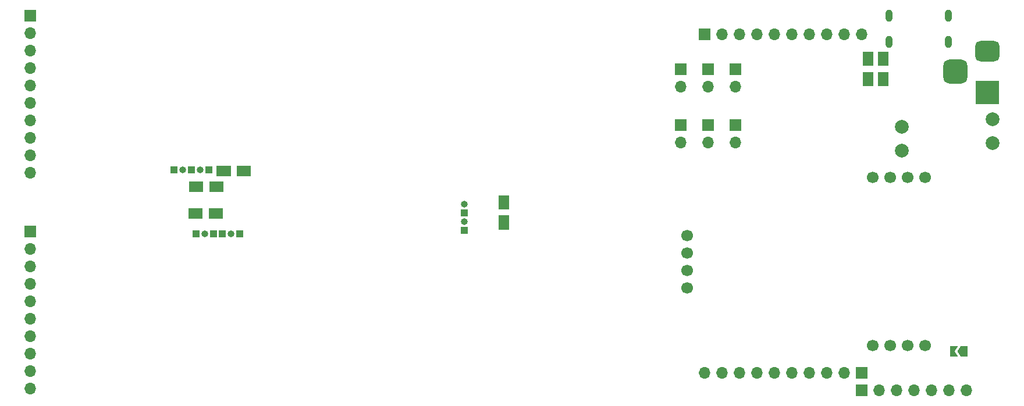
<source format=gbs>
G04 #@! TF.GenerationSoftware,KiCad,Pcbnew,(6.0.5-0)*
G04 #@! TF.CreationDate,2022-06-09T15:38:58+09:00*
G04 #@! TF.ProjectId,qLAMP-main,714c414d-502d-46d6-9169-6e2e6b696361,rev?*
G04 #@! TF.SameCoordinates,Original*
G04 #@! TF.FileFunction,Soldermask,Bot*
G04 #@! TF.FilePolarity,Negative*
%FSLAX46Y46*%
G04 Gerber Fmt 4.6, Leading zero omitted, Abs format (unit mm)*
G04 Created by KiCad (PCBNEW (6.0.5-0)) date 2022-06-09 15:38:58*
%MOMM*%
%LPD*%
G01*
G04 APERTURE LIST*
G04 Aperture macros list*
%AMRoundRect*
0 Rectangle with rounded corners*
0 $1 Rounding radius*
0 $2 $3 $4 $5 $6 $7 $8 $9 X,Y pos of 4 corners*
0 Add a 4 corners polygon primitive as box body*
4,1,4,$2,$3,$4,$5,$6,$7,$8,$9,$2,$3,0*
0 Add four circle primitives for the rounded corners*
1,1,$1+$1,$2,$3*
1,1,$1+$1,$4,$5*
1,1,$1+$1,$6,$7*
1,1,$1+$1,$8,$9*
0 Add four rect primitives between the rounded corners*
20,1,$1+$1,$2,$3,$4,$5,0*
20,1,$1+$1,$4,$5,$6,$7,0*
20,1,$1+$1,$6,$7,$8,$9,0*
20,1,$1+$1,$8,$9,$2,$3,0*%
%AMFreePoly0*
4,1,6,1.000000,0.000000,0.500000,-0.750000,-0.500000,-0.750000,-0.500000,0.750000,0.500000,0.750000,1.000000,0.000000,1.000000,0.000000,$1*%
%AMFreePoly1*
4,1,6,0.500000,-0.750000,-0.650000,-0.750000,-0.150000,0.000000,-0.650000,0.750000,0.500000,0.750000,0.500000,-0.750000,0.500000,-0.750000,$1*%
G04 Aperture macros list end*
%ADD10R,1.700000X1.700000*%
%ADD11O,1.700000X1.700000*%
%ADD12C,2.000000*%
%ADD13R,3.500000X3.500000*%
%ADD14RoundRect,0.750000X-1.000000X0.750000X-1.000000X-0.750000X1.000000X-0.750000X1.000000X0.750000X0*%
%ADD15RoundRect,0.875000X-0.875000X0.875000X-0.875000X-0.875000X0.875000X-0.875000X0.875000X0.875000X0*%
%ADD16C,1.700000*%
%ADD17O,1.000000X1.800000*%
%ADD18R,1.000000X1.000000*%
%ADD19R,1.500000X1.500000*%
%ADD20FreePoly0,180.000000*%
%ADD21FreePoly0,0.000000*%
%ADD22FreePoly1,180.000000*%
%ADD23O,1.000000X1.000000*%
%ADD24FreePoly0,90.000000*%
%ADD25FreePoly0,270.000000*%
G04 APERTURE END LIST*
D10*
X65000000Y-106075000D03*
D11*
X65000000Y-108615000D03*
X65000000Y-111155000D03*
X65000000Y-113695000D03*
X65000000Y-116235000D03*
X65000000Y-118775000D03*
X65000000Y-121315000D03*
X65000000Y-123855000D03*
X65000000Y-126395000D03*
X65000000Y-128935000D03*
D10*
X64999997Y-74619993D03*
D11*
X64999997Y-77159993D03*
X64999997Y-79699993D03*
X64999997Y-82239993D03*
X64999997Y-84779993D03*
X64999997Y-87319993D03*
X64999997Y-89859993D03*
X64999997Y-92399993D03*
X64999997Y-94939993D03*
X64999997Y-97479993D03*
D12*
X205069999Y-89680009D03*
X205069999Y-93180009D03*
X191850000Y-90800000D03*
X191850000Y-94300000D03*
D10*
X167646956Y-90579052D03*
D11*
X167646956Y-93119052D03*
D10*
X159646956Y-90579052D03*
D11*
X159646956Y-93119052D03*
D10*
X167646956Y-82479052D03*
D11*
X167646956Y-85019052D03*
D10*
X163646956Y-82479052D03*
D11*
X163646956Y-85019052D03*
D10*
X159646956Y-82479052D03*
D11*
X159646956Y-85019052D03*
D10*
X163646956Y-90579052D03*
D11*
X163646956Y-93119052D03*
D13*
X204295792Y-85809800D03*
D14*
X204295792Y-79809800D03*
D15*
X199595792Y-82809800D03*
D16*
X187611003Y-98175006D03*
X190151003Y-98175006D03*
X192691003Y-98175006D03*
X195231003Y-98175006D03*
X187611003Y-122675006D03*
X190151003Y-122675006D03*
X192691003Y-122675006D03*
X195231003Y-122675006D03*
X160611003Y-106615006D03*
X160611003Y-109155006D03*
X160611003Y-111695006D03*
X160611003Y-114235006D03*
D17*
X198608282Y-78419792D03*
X198608282Y-74619792D03*
X189968282Y-78419792D03*
X189968282Y-74619792D03*
D10*
X186001000Y-126628000D03*
D11*
X183461000Y-126628000D03*
X180921000Y-126628000D03*
X178381000Y-126628000D03*
X175841000Y-126628000D03*
X173301000Y-126628000D03*
X170761000Y-126628000D03*
X168221000Y-126628000D03*
X165681000Y-126628000D03*
X163141000Y-126628000D03*
D10*
X186000993Y-129200000D03*
D11*
X188540993Y-129200000D03*
X191080993Y-129200000D03*
X193620993Y-129200000D03*
X196160993Y-129200000D03*
X198701000Y-129199996D03*
X201240993Y-129200000D03*
D10*
X163141000Y-77372000D03*
D11*
X165681000Y-77372000D03*
X168221000Y-77372000D03*
X170761000Y-77372000D03*
X173301000Y-77372000D03*
X175841000Y-77372000D03*
X178381000Y-77372000D03*
X180921000Y-77372000D03*
X183461000Y-77372000D03*
X186001000Y-77372000D03*
D18*
X89155998Y-106419994D03*
X95506007Y-106420006D03*
D19*
X89416000Y-99500000D03*
X91816000Y-99500000D03*
D20*
X92616000Y-99500000D03*
D21*
X88616000Y-99500000D03*
D18*
X90996000Y-97110005D03*
D19*
X91726000Y-103440000D03*
X89326000Y-103440000D03*
D21*
X88526000Y-103440000D03*
D20*
X92526000Y-103440000D03*
X200855000Y-123520000D03*
D22*
X199405000Y-123520000D03*
D18*
X85916000Y-97110005D03*
D23*
X87186000Y-97110005D03*
D19*
X186957487Y-81190005D03*
X186957487Y-83590005D03*
D24*
X186957487Y-84390005D03*
D25*
X186957487Y-80390005D03*
D18*
X91695998Y-106419994D03*
D23*
X90425998Y-106419994D03*
D18*
X92965998Y-106419994D03*
D23*
X94235998Y-106419994D03*
D19*
X133950000Y-102080000D03*
X133950000Y-104480000D03*
D24*
X133950000Y-105280000D03*
D25*
X133950000Y-101280000D03*
D18*
X88456000Y-97110005D03*
D23*
X89726000Y-97110005D03*
D19*
X189100003Y-83590005D03*
X189100003Y-81190005D03*
D24*
X189100003Y-84390005D03*
D25*
X189100003Y-80390005D03*
D18*
X128135000Y-105910000D03*
D23*
X128135000Y-104640000D03*
D18*
X128135000Y-103370000D03*
D23*
X128135000Y-102100000D03*
D19*
X93420000Y-97270000D03*
X95820000Y-97270000D03*
D20*
X96620000Y-97270000D03*
D21*
X92620000Y-97270000D03*
M02*

</source>
